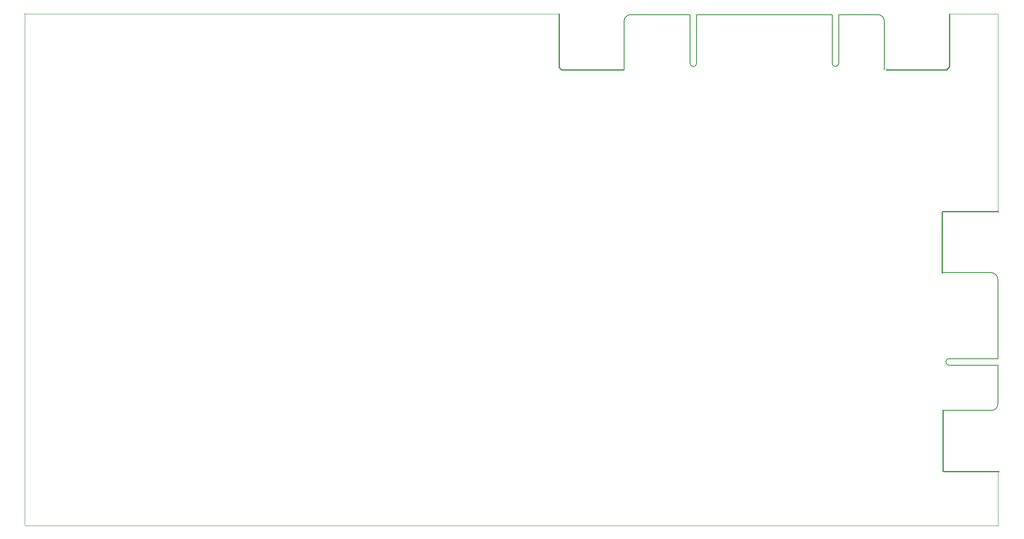
<source format=gm1>
%TF.GenerationSoftware,KiCad,Pcbnew,8.0.2*%
%TF.CreationDate,2024-05-25T17:16:44+02:00*%
%TF.ProjectId,micropet_v3,6d696372-6f70-4657-945f-76332e6b6963,rev?*%
%TF.SameCoordinates,Original*%
%TF.FileFunction,Profile,NP*%
%FSLAX46Y46*%
G04 Gerber Fmt 4.6, Leading zero omitted, Abs format (unit mm)*
G04 Created by KiCad (PCBNEW 8.0.2) date 2024-05-25 17:16:44*
%MOMM*%
%LPD*%
G01*
G04 APERTURE LIST*
%TA.AperFunction,Profile*%
%ADD10C,0.254000*%
%TD*%
%TA.AperFunction,Profile*%
%ADD11C,0.050000*%
%TD*%
%TA.AperFunction,Profile*%
%ADD12C,0.127000*%
%TD*%
G04 APERTURE END LIST*
D10*
X252782856Y-77628750D02*
X252941606Y-77470000D01*
D11*
X178054000Y-38900000D02*
X178054000Y-38900000D01*
X73660000Y-138900000D02*
X263721606Y-138900000D01*
X73660000Y-38735000D02*
X73660000Y-138735000D01*
D10*
X241829106Y-49847500D02*
X253576606Y-49847500D01*
X252941606Y-116363750D02*
X252941606Y-128270000D01*
D11*
X263657231Y-38893750D02*
X254254000Y-38893750D01*
X178054000Y-38900000D02*
X73660000Y-38900000D01*
D10*
X254211606Y-38862000D02*
X254211606Y-49212500D01*
X252782856Y-89535000D02*
X252782856Y-77628750D01*
X190552856Y-49847500D02*
X178487856Y-49847500D01*
X263736606Y-77470000D02*
X252941606Y-77470000D01*
X253576606Y-49847500D02*
X254211606Y-49212500D01*
X178011606Y-38862000D02*
X178011606Y-49371250D01*
D11*
X263721606Y-138985625D02*
X263721606Y-128270000D01*
X263721606Y-77470000D02*
X263721606Y-38900000D01*
D10*
X178487856Y-49847500D02*
X178011606Y-49371250D01*
X263895356Y-128270000D02*
X253100356Y-128270000D01*
D12*
%TO.C,CN4*%
X190711606Y-40322500D02*
X190711606Y-49847500D01*
X203589406Y-39052500D02*
X191981606Y-39052500D01*
X203589406Y-39052500D02*
X203589406Y-48577500D01*
X204859406Y-39052500D02*
X204859406Y-48577500D01*
X231326206Y-39052500D02*
X204859406Y-39052500D01*
X231326206Y-39052500D02*
X231326206Y-48577500D01*
X232596206Y-39052500D02*
X232596206Y-48577500D01*
X240241606Y-39052500D02*
X232596206Y-39052500D01*
X241511606Y-49847500D02*
X241511606Y-40322500D01*
X190711606Y-40322500D02*
G75*
G02*
X191981606Y-39052500I1270000J0D01*
G01*
X204224406Y-49212500D02*
G75*
G02*
X203589406Y-48577500I0J635000D01*
G01*
X204859406Y-48577500D02*
G75*
G02*
X204224406Y-49212500I-635000J0D01*
G01*
X231961206Y-49212500D02*
G75*
G02*
X231326206Y-48577500I-1J634999D01*
G01*
X232596206Y-48577500D02*
G75*
G02*
X231961206Y-49212500I-634999J-1D01*
G01*
X240241606Y-39052500D02*
G75*
G02*
X241511606Y-40322500I1J-1269999D01*
G01*
%TO.C,CN3*%
X252862231Y-116411375D02*
X262387231Y-116411375D01*
X262387231Y-89487375D02*
X252862231Y-89487375D01*
X263657231Y-106276775D02*
X254132231Y-106276775D01*
X263657231Y-106276775D02*
X263657231Y-90757375D01*
X263657231Y-107546775D02*
X254132231Y-107546775D01*
X263657231Y-115141375D02*
X263657231Y-107546775D01*
X253497231Y-106911775D02*
G75*
G02*
X254132231Y-106276775I634999J1D01*
G01*
X254132231Y-107546775D02*
G75*
G02*
X253497231Y-106911775I-1J634999D01*
G01*
X262387231Y-89487375D02*
G75*
G02*
X263657231Y-90757375I0J-1270000D01*
G01*
X263657231Y-115141375D02*
G75*
G02*
X262387231Y-116411375I-1269999J-1D01*
G01*
%TD*%
M02*

</source>
